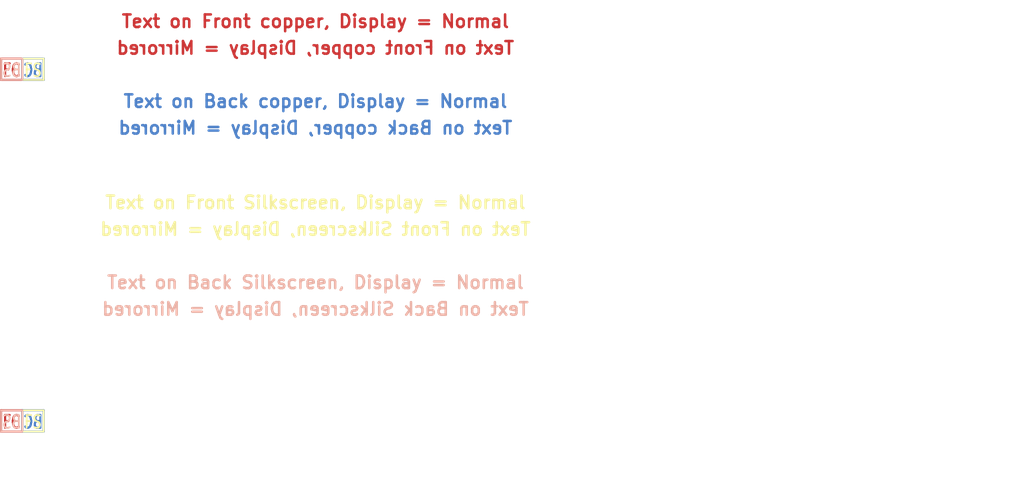
<source format=kicad_pcb>
(kicad_pcb (version 3) (host pcbnew "(2014-04-11 BZR 4798)-product")

  (general
    (links 0)
    (no_connects 0)
    (area 69.468999 57.785 191.770001 115.5)
    (thickness 1.6)
    (drawings 12)
    (tracks 0)
    (zones 0)
    (modules 2)
    (nets 1)
  )

  (page A4)
  (layers
    (15 F.Cu signal)
    (2 Inner2.Cu signal)
    (1 Inner1.Cu signal)
    (0 B.Cu signal)
    (16 B.Adhes user)
    (17 F.Adhes user)
    (18 B.Paste user)
    (19 F.Paste user)
    (20 B.SilkS user)
    (21 F.SilkS user)
    (22 B.Mask user)
    (23 F.Mask user)
    (24 Dwgs.User user)
    (25 Cmts.User user)
    (26 Eco1.User user)
    (27 Eco2.User user)
    (28 Edge.Cuts user)
  )

  (setup
    (last_trace_width 0.254)
    (trace_clearance 0.254)
    (zone_clearance 0.254)
    (zone_45_only yes)
    (trace_min 0.254)
    (segment_width 0.2)
    (edge_width 0.15)
    (via_size 0.889)
    (via_drill 0.635)
    (via_min_size 0.889)
    (via_min_drill 0.508)
    (uvia_size 0.508)
    (uvia_drill 0.127)
    (uvias_allowed no)
    (uvia_min_size 0.508)
    (uvia_min_drill 0.127)
    (pcb_text_width 0.3)
    (pcb_text_size 1.5 1.5)
    (mod_edge_width 0.15)
    (mod_text_size 1.5 1.5)
    (mod_text_width 0.15)
    (pad_size 1.4 1.4)
    (pad_drill 0.6)
    (pad_to_mask_clearance 0.2)
    (aux_axis_origin 0 0)
    (visible_elements 7FFFFFFF)
    (pcbplotparams
      (layerselection 3178497)
      (usegerberextensions true)
      (excludeedgelayer true)
      (linewidth 0.100000)
      (plotframeref false)
      (viasonmask false)
      (mode 1)
      (useauxorigin false)
      (hpglpennumber 1)
      (hpglpenspeed 20)
      (hpglpendiameter 15)
      (hpglpenoverlay 2)
      (psnegative false)
      (psa4output false)
      (plotreference true)
      (plotvalue true)
      (plotothertext true)
      (plotinvisibletext false)
      (padsonsilk false)
      (subtractmaskfromsilk false)
      (outputformat 1)
      (mirror false)
      (drillshape 1)
      (scaleselection 1)
      (outputdirectory ""))
  )

  (net 0 "")

  (net_class Default "This is the default net class."
    (clearance 0.254)
    (trace_width 0.254)
    (via_dia 0.889)
    (via_drill 0.635)
    (uvia_dia 0.508)
    (uvia_drill 0.127)
  )

  (module "Misc Unsorted New:LayerIcon02" (layer F.Cu) (tedit 5362640C) (tstamp 536264E7)
    (at 71.12 66.04)
    (fp_text reference LayerIcon02 (at 0 1.016) (layer F.SilkS) hide
      (effects (font (size 0.127 0.127) (thickness 0.0254)))
    )
    (fp_text value VAL** (at 0 -1.016) (layer F.SilkS) hide
      (effects (font (size 0.127 0.127) (thickness 0.0254)))
    )
    (fp_text user FC (at 0 0.127) (layer F.Cu)
      (effects (font (size 1.524 1.143) (thickness 0.254)))
    )
    (fp_line (start -1.27 -1.27) (end 1.27 -1.27) (layer F.Cu) (width 0.254))
    (fp_line (start 1.27 -1.27) (end 1.27 1.27) (layer F.Cu) (width 0.254))
    (fp_line (start 1.27 1.27) (end -1.27 1.27) (layer F.Cu) (width 0.254))
    (fp_line (start -1.27 1.27) (end -1.27 -1.27) (layer F.Cu) (width 0.254))
    (fp_text user BC (at 2.54 0.127) (layer B.Cu)
      (effects (font (size 1.524 1.143) (thickness 0.254)) (justify mirror))
    )
    (fp_line (start 1.27 -1.27) (end 3.81 -1.27) (layer B.Cu) (width 0.254))
    (fp_line (start 3.81 -1.27) (end 3.81 1.27) (layer B.Cu) (width 0.254))
    (fp_line (start 3.81 1.27) (end 1.27 1.27) (layer B.Cu) (width 0.254))
    (fp_line (start 1.27 1.27) (end 1.27 -1.27) (layer B.Cu) (width 0.254))
    (fp_text user FS (at 2.54 0.127) (layer F.SilkS)
      (effects (font (size 1.524 1.143) (thickness 0.2032)))
    )
    (fp_line (start 3.81 -1.27) (end 3.81 1.27) (layer F.SilkS) (width 0.2032))
    (fp_line (start 3.81 -1.27) (end 1.27 -1.27) (layer F.SilkS) (width 0.2032))
    (fp_line (start 1.27 1.27) (end 1.27 -1.27) (layer F.SilkS) (width 0.2032))
    (fp_line (start 1.27 1.27) (end 3.81 1.27) (layer F.SilkS) (width 0.2032))
    (fp_text user BS (at 0 0.127) (layer B.SilkS)
      (effects (font (size 1.524 1.143) (thickness 0.2032)) (justify mirror))
    )
    (fp_line (start -1.27 1.27) (end 1.27 1.27) (layer B.SilkS) (width 0.2032))
    (fp_line (start 1.27 1.27) (end 1.27 -1.27) (layer B.SilkS) (width 0.2032))
    (fp_line (start 1.27 -1.27) (end -1.27 -1.27) (layer B.SilkS) (width 0.2032))
    (fp_line (start -1.27 -1.27) (end -1.27 1.27) (layer B.SilkS) (width 0.2032))
  )

  (module "Misc Unsorted New:LayerIcon04" (layer F.Cu) (tedit 5362640C) (tstamp 53626520)
    (at 71.12 107.95)
    (fp_text reference LayerIcon04 (at 0 1.016) (layer F.SilkS) hide
      (effects (font (size 0.127 0.127) (thickness 0.0254)))
    )
    (fp_text value VAL** (at 0 -1.016) (layer F.SilkS) hide
      (effects (font (size 0.127 0.127) (thickness 0.0254)))
    )
    (fp_text user FC (at 0 0.127) (layer F.Cu)
      (effects (font (size 1.524 1.143) (thickness 0.254)))
    )
    (fp_line (start -1.27 -1.27) (end 1.27 -1.27) (layer F.Cu) (width 0.254))
    (fp_line (start 1.27 -1.27) (end 1.27 1.27) (layer F.Cu) (width 0.254))
    (fp_line (start 1.27 1.27) (end -1.27 1.27) (layer F.Cu) (width 0.254))
    (fp_line (start -1.27 1.27) (end -1.27 -1.27) (layer F.Cu) (width 0.254))
    (fp_text user BC (at 2.54 0.127) (layer B.Cu)
      (effects (font (size 1.524 1.143) (thickness 0.254)) (justify mirror))
    )
    (fp_line (start 1.27 -1.27) (end 3.81 -1.27) (layer B.Cu) (width 0.254))
    (fp_line (start 3.81 -1.27) (end 3.81 1.27) (layer B.Cu) (width 0.254))
    (fp_line (start 3.81 1.27) (end 1.27 1.27) (layer B.Cu) (width 0.254))
    (fp_line (start 1.27 1.27) (end 1.27 -1.27) (layer B.Cu) (width 0.254))
    (fp_text user FS (at 2.54 0.127) (layer F.SilkS)
      (effects (font (size 1.524 1.143) (thickness 0.2032)))
    )
    (fp_line (start 3.81 -1.27) (end 3.81 1.27) (layer F.SilkS) (width 0.2032))
    (fp_line (start 3.81 -1.27) (end 1.27 -1.27) (layer F.SilkS) (width 0.2032))
    (fp_line (start 1.27 1.27) (end 1.27 -1.27) (layer F.SilkS) (width 0.2032))
    (fp_line (start 1.27 1.27) (end 3.81 1.27) (layer F.SilkS) (width 0.2032))
    (fp_text user BS (at 0 0.127) (layer B.SilkS)
      (effects (font (size 1.524 1.143) (thickness 0.2032)) (justify mirror))
    )
    (fp_line (start -1.27 1.27) (end 1.27 1.27) (layer B.SilkS) (width 0.2032))
    (fp_line (start 1.27 1.27) (end 1.27 -1.27) (layer B.SilkS) (width 0.2032))
    (fp_line (start 1.27 -1.27) (end -1.27 -1.27) (layer B.SilkS) (width 0.2032))
    (fp_line (start -1.27 -1.27) (end -1.27 1.27) (layer B.SilkS) (width 0.2032))
    (fp_text user I1 (at 5.08 0.127) (layer Inner1.Cu)
      (effects (font (size 1.524 1.143) (thickness 0.254)) (justify mirror))
    )
    (fp_line (start 3.81 -1.27) (end 6.35 -1.27) (layer Inner1.Cu) (width 0.254))
    (fp_line (start 6.35 -1.27) (end 6.35 1.27) (layer Inner1.Cu) (width 0.254))
    (fp_line (start 6.35 1.27) (end 3.81 1.27) (layer Inner1.Cu) (width 0.254))
    (fp_line (start 3.81 1.27) (end 3.81 -1.27) (layer Inner1.Cu) (width 0.254))
    (fp_text user I2 (at 5.08 0.127) (layer Inner2.Cu)
      (effects (font (size 1.524 1.143) (thickness 0.2032)))
    )
    (fp_line (start 3.81 -1.27) (end 6.35 -1.27) (layer Inner2.Cu) (width 0.254))
    (fp_line (start 6.35 -1.27) (end 6.35 1.27) (layer Inner2.Cu) (width 0.254))
    (fp_line (start 6.35 1.27) (end 3.81 1.27) (layer Inner2.Cu) (width 0.254))
    (fp_line (start 3.81 1.27) (end 3.81 -1.27) (layer Inner2.Cu) (width 0.254))
  )

  (gr_text "Text on Inner 2 Copper, Display = Mirrored" (at 107.315 114.3) (layer Inner2.Cu) (tstamp 536261B8)
    (effects (font (size 1.5 1.5) (thickness 0.3)) (justify mirror))
  )
  (gr_text "Text on Inner 2 Copper, Display = Normal" (at 107.315 111.125) (layer Inner2.Cu) (tstamp 536261B7)
    (effects (font (size 1.5 1.5) (thickness 0.3)))
  )
  (gr_text "Text on Inner 1 Copper, Display = Mirrored" (at 107.315 104.775) (layer Inner1.Cu) (tstamp 536261B6)
    (effects (font (size 1.5 1.5) (thickness 0.3)) (justify mirror))
  )
  (gr_text "Text on Inner 1 Copper, Display = Normal" (at 107.315 101.6) (layer Inner1.Cu) (tstamp 536261B5)
    (effects (font (size 1.5 1.5) (thickness 0.3)))
  )
  (gr_text "Text on Front Silkscreen, Display = Normal" (at 107.315 81.915) (layer F.SilkS) (tstamp 53625C39)
    (effects (font (size 1.5 1.5) (thickness 0.3)))
  )
  (gr_text "Text on Front Silkscreen, Display = Mirrored" (at 107.315 85.09) (layer F.SilkS) (tstamp 53625C38)
    (effects (font (size 1.5 1.5) (thickness 0.3)) (justify mirror))
  )
  (gr_text "Text on Back Silkscreen, Display = Normal" (at 107.315 91.44) (layer B.SilkS) (tstamp 53625C37)
    (effects (font (size 1.5 1.5) (thickness 0.3)))
  )
  (gr_text "Text on Back Silkscreen, Display = Mirrored" (at 107.315 94.615) (layer B.SilkS) (tstamp 53625C36)
    (effects (font (size 1.5 1.5) (thickness 0.3)) (justify mirror))
  )
  (gr_text "Text on Back copper, Display = Mirrored" (at 107.315 73.025) (layer B.Cu)
    (effects (font (size 1.5 1.5) (thickness 0.3)) (justify mirror))
  )
  (gr_text "Text on Back copper, Display = Normal" (at 107.315 69.85) (layer B.Cu)
    (effects (font (size 1.5 1.5) (thickness 0.3)))
  )
  (gr_text "Text on Front copper, Display = Mirrored" (at 107.315 63.5) (layer F.Cu)
    (effects (font (size 1.5 1.5) (thickness 0.3)) (justify mirror))
  )
  (gr_text "Text on Front copper, Display = Normal" (at 107.315 60.325) (layer F.Cu)
    (effects (font (size 1.5 1.5) (thickness 0.3)))
  )

  (zone (net 0) (net_name "") (layer F.Cu) (tstamp 53625C9A) (hatch full 0.508)
    (connect_pads (clearance 0.254))
    (min_thickness 0.254)
    (keepout (tracks not_allowed) (vias not_allowed) (copperpour not_allowed))
    (fill (arc_segments 16) (thermal_gap 0.127) (thermal_bridge_width 0.508))
    (polygon
      (pts
        (xy 153.67 57.785) (xy 187.325 57.785) (xy 191.77 62.23) (xy 191.77 90.17) (xy 185.42 96.52)
        (xy 157.48 96.52) (xy 149.86 88.9) (xy 149.86 62.865)
      )
    )
    (polygon
      (pts        (xy 158.115 67.31) (xy 167.64 67.31) (xy 167.64 76.2) (xy 158.115 76.2)
      )
    )
    (polygon
      (pts        (xy 175.895 82.55) (xy 179.07 79.375) (xy 182.245 82.55) (xy 179.07 85.725)
      )
    )
  )
)

</source>
